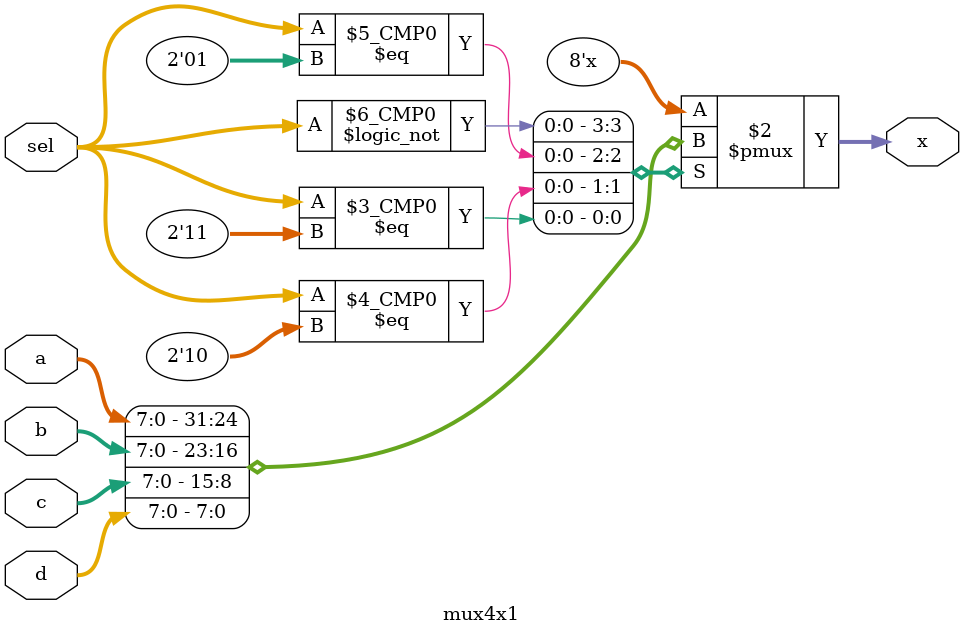
<source format=sv>
module mux4x1 (
    input logic [7:0] a, b, c, d,
    input logic [1:0] sel,
    output logic [7:0] x
);

    always_comb begin
        case(sel)
            2'b00: x = a;
            2'b01: x = b;
            2'b10: x = c;
            2'b11: x = d;
        endcase        
    end

endmodule
</source>
